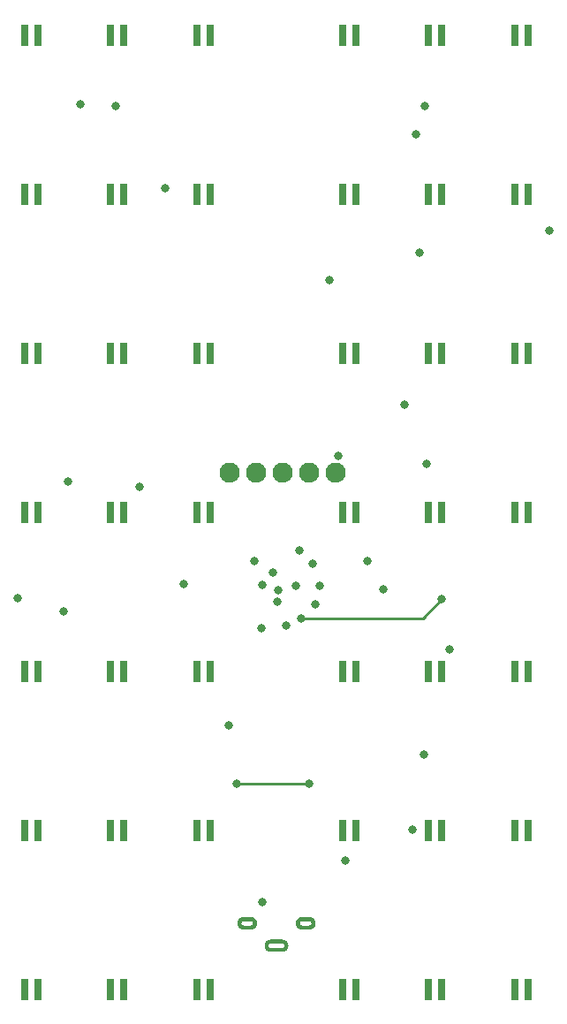
<source format=gbr>
G04 #@! TF.GenerationSoftware,KiCad,Pcbnew,(5.1.5)-3*
G04 #@! TF.CreationDate,2020-03-07T08:42:06-06:00*
G04 #@! TF.ProjectId,DSKY_alarm,44534b59-5f61-46c6-9172-6d2e6b696361,4*
G04 #@! TF.SameCoordinates,Original*
G04 #@! TF.FileFunction,Copper,L4,Bot*
G04 #@! TF.FilePolarity,Positive*
%FSLAX46Y46*%
G04 Gerber Fmt 4.6, Leading zero omitted, Abs format (unit mm)*
G04 Created by KiCad (PCBNEW (5.1.5)-3) date 2020-03-07 08:42:06*
%MOMM*%
%LPD*%
G04 APERTURE LIST*
%ADD10C,0.001000*%
%ADD11R,0.800000X2.000000*%
%ADD12C,1.930400*%
%ADD13C,0.800000*%
%ADD14C,0.250000*%
G04 APERTURE END LIST*
D10*
G36*
X111420000Y-138430000D02*
G01*
X111420343Y-138443084D01*
X111421370Y-138456132D01*
X111423078Y-138469109D01*
X111425463Y-138481978D01*
X111428519Y-138494705D01*
X111432236Y-138507254D01*
X111436605Y-138519592D01*
X111441614Y-138531684D01*
X111447248Y-138543498D01*
X111453494Y-138555000D01*
X111460332Y-138566160D01*
X111467746Y-138576946D01*
X111475714Y-138587330D01*
X111484214Y-138597283D01*
X111493223Y-138606777D01*
X111502717Y-138615786D01*
X111512670Y-138624286D01*
X111523054Y-138632254D01*
X111533840Y-138639668D01*
X111545000Y-138646506D01*
X111556502Y-138652752D01*
X111568316Y-138658386D01*
X111580408Y-138663395D01*
X111592746Y-138667764D01*
X111605295Y-138671481D01*
X111618022Y-138674537D01*
X111630891Y-138676922D01*
X111643868Y-138678630D01*
X111656916Y-138679657D01*
X111670000Y-138680000D01*
X112370000Y-138680000D01*
X112383084Y-138679657D01*
X112396132Y-138678630D01*
X112409109Y-138676922D01*
X112421978Y-138674537D01*
X112434705Y-138671481D01*
X112447254Y-138667764D01*
X112459592Y-138663395D01*
X112471684Y-138658386D01*
X112483498Y-138652752D01*
X112495000Y-138646506D01*
X112506160Y-138639668D01*
X112516946Y-138632254D01*
X112527330Y-138624286D01*
X112537283Y-138615786D01*
X112546777Y-138606777D01*
X112555786Y-138597283D01*
X112564286Y-138587330D01*
X112572254Y-138576946D01*
X112579668Y-138566160D01*
X112586506Y-138555000D01*
X112592752Y-138543498D01*
X112598386Y-138531684D01*
X112603395Y-138519592D01*
X112607764Y-138507254D01*
X112611481Y-138494705D01*
X112614537Y-138481978D01*
X112616922Y-138469109D01*
X112618630Y-138456132D01*
X112619657Y-138443084D01*
X112620000Y-138430000D01*
X112619657Y-138416916D01*
X112618630Y-138403868D01*
X112616922Y-138390891D01*
X112614537Y-138378022D01*
X112611481Y-138365295D01*
X112607764Y-138352746D01*
X112603395Y-138340408D01*
X112598386Y-138328316D01*
X112592752Y-138316502D01*
X112586506Y-138305000D01*
X112579668Y-138293840D01*
X112572254Y-138283054D01*
X112564286Y-138272670D01*
X112555786Y-138262717D01*
X112546777Y-138253223D01*
X112537283Y-138244214D01*
X112527330Y-138235714D01*
X112516946Y-138227746D01*
X112506160Y-138220332D01*
X112495000Y-138213494D01*
X112483498Y-138207248D01*
X112471684Y-138201614D01*
X112459592Y-138196605D01*
X112447254Y-138192236D01*
X112434705Y-138188519D01*
X112421978Y-138185463D01*
X112409109Y-138183078D01*
X112396132Y-138181370D01*
X112383084Y-138180343D01*
X112370000Y-138180000D01*
X112025000Y-138180000D01*
X112025000Y-137880000D01*
X112370000Y-137880000D01*
X112398785Y-137880754D01*
X112427491Y-137883013D01*
X112456039Y-137886771D01*
X112484351Y-137892019D01*
X112512350Y-137898741D01*
X112539959Y-137906919D01*
X112567102Y-137916531D01*
X112593705Y-137927550D01*
X112619695Y-137939946D01*
X112645000Y-137953686D01*
X112669551Y-137968731D01*
X112693282Y-137985041D01*
X112716126Y-138002570D01*
X112738022Y-138021270D01*
X112758909Y-138041091D01*
X112778730Y-138061978D01*
X112797430Y-138083874D01*
X112814959Y-138106718D01*
X112831269Y-138130449D01*
X112846314Y-138155000D01*
X112860054Y-138180305D01*
X112872450Y-138206295D01*
X112883469Y-138232898D01*
X112893081Y-138260041D01*
X112901259Y-138287650D01*
X112907981Y-138315649D01*
X112913229Y-138343961D01*
X112916987Y-138372509D01*
X112919246Y-138401215D01*
X112920000Y-138430000D01*
X112919246Y-138458785D01*
X112916987Y-138487491D01*
X112913229Y-138516039D01*
X112907981Y-138544351D01*
X112901259Y-138572350D01*
X112893081Y-138599959D01*
X112883469Y-138627102D01*
X112872450Y-138653705D01*
X112860054Y-138679695D01*
X112846314Y-138705000D01*
X112831269Y-138729551D01*
X112814959Y-138753282D01*
X112797430Y-138776126D01*
X112778730Y-138798022D01*
X112758909Y-138818909D01*
X112738022Y-138838730D01*
X112716126Y-138857430D01*
X112693282Y-138874959D01*
X112669551Y-138891269D01*
X112645000Y-138906314D01*
X112619695Y-138920054D01*
X112593705Y-138932450D01*
X112567102Y-138943469D01*
X112539959Y-138953081D01*
X112512350Y-138961259D01*
X112484351Y-138967981D01*
X112456039Y-138973229D01*
X112427491Y-138976987D01*
X112398785Y-138979246D01*
X112370000Y-138980000D01*
X111670000Y-138980000D01*
X111641215Y-138979246D01*
X111612509Y-138976987D01*
X111583961Y-138973229D01*
X111555649Y-138967981D01*
X111527650Y-138961259D01*
X111500041Y-138953081D01*
X111472898Y-138943469D01*
X111446295Y-138932450D01*
X111420305Y-138920054D01*
X111395000Y-138906314D01*
X111370449Y-138891269D01*
X111346718Y-138874959D01*
X111323874Y-138857430D01*
X111301978Y-138838730D01*
X111281091Y-138818909D01*
X111261270Y-138798022D01*
X111242570Y-138776126D01*
X111225041Y-138753282D01*
X111208731Y-138729551D01*
X111193686Y-138705000D01*
X111179946Y-138679695D01*
X111167550Y-138653705D01*
X111156531Y-138627102D01*
X111146919Y-138599959D01*
X111138741Y-138572350D01*
X111132019Y-138544351D01*
X111126771Y-138516039D01*
X111123013Y-138487491D01*
X111120754Y-138458785D01*
X111120000Y-138430000D01*
X111120754Y-138401215D01*
X111123013Y-138372509D01*
X111126771Y-138343961D01*
X111132019Y-138315649D01*
X111138741Y-138287650D01*
X111146919Y-138260041D01*
X111156531Y-138232898D01*
X111167550Y-138206295D01*
X111179946Y-138180305D01*
X111193686Y-138155000D01*
X111208731Y-138130449D01*
X111225041Y-138106718D01*
X111242570Y-138083874D01*
X111261270Y-138061978D01*
X111281091Y-138041091D01*
X111301978Y-138021270D01*
X111323874Y-138002570D01*
X111346718Y-137985041D01*
X111370449Y-137968731D01*
X111395000Y-137953686D01*
X111420305Y-137939946D01*
X111446295Y-137927550D01*
X111472898Y-137916531D01*
X111500041Y-137906919D01*
X111527650Y-137898741D01*
X111555649Y-137892019D01*
X111583961Y-137886771D01*
X111612509Y-137883013D01*
X111641215Y-137880754D01*
X111670000Y-137880000D01*
X112020000Y-137880000D01*
X112020000Y-138180000D01*
X111670000Y-138180000D01*
X111656916Y-138180343D01*
X111643868Y-138181370D01*
X111630891Y-138183078D01*
X111618022Y-138185463D01*
X111605295Y-138188519D01*
X111592746Y-138192236D01*
X111580408Y-138196605D01*
X111568316Y-138201614D01*
X111556502Y-138207248D01*
X111545000Y-138213494D01*
X111533840Y-138220332D01*
X111523054Y-138227746D01*
X111512670Y-138235714D01*
X111502717Y-138244214D01*
X111493223Y-138253223D01*
X111484214Y-138262717D01*
X111475714Y-138272670D01*
X111467746Y-138283054D01*
X111460332Y-138293840D01*
X111453494Y-138305000D01*
X111447248Y-138316502D01*
X111441614Y-138328316D01*
X111436605Y-138340408D01*
X111432236Y-138352746D01*
X111428519Y-138365295D01*
X111425463Y-138378022D01*
X111423078Y-138390891D01*
X111421370Y-138403868D01*
X111420343Y-138416916D01*
X111420000Y-138430000D01*
G37*
X111420000Y-138430000D02*
X111420343Y-138443084D01*
X111421370Y-138456132D01*
X111423078Y-138469109D01*
X111425463Y-138481978D01*
X111428519Y-138494705D01*
X111432236Y-138507254D01*
X111436605Y-138519592D01*
X111441614Y-138531684D01*
X111447248Y-138543498D01*
X111453494Y-138555000D01*
X111460332Y-138566160D01*
X111467746Y-138576946D01*
X111475714Y-138587330D01*
X111484214Y-138597283D01*
X111493223Y-138606777D01*
X111502717Y-138615786D01*
X111512670Y-138624286D01*
X111523054Y-138632254D01*
X111533840Y-138639668D01*
X111545000Y-138646506D01*
X111556502Y-138652752D01*
X111568316Y-138658386D01*
X111580408Y-138663395D01*
X111592746Y-138667764D01*
X111605295Y-138671481D01*
X111618022Y-138674537D01*
X111630891Y-138676922D01*
X111643868Y-138678630D01*
X111656916Y-138679657D01*
X111670000Y-138680000D01*
X112370000Y-138680000D01*
X112383084Y-138679657D01*
X112396132Y-138678630D01*
X112409109Y-138676922D01*
X112421978Y-138674537D01*
X112434705Y-138671481D01*
X112447254Y-138667764D01*
X112459592Y-138663395D01*
X112471684Y-138658386D01*
X112483498Y-138652752D01*
X112495000Y-138646506D01*
X112506160Y-138639668D01*
X112516946Y-138632254D01*
X112527330Y-138624286D01*
X112537283Y-138615786D01*
X112546777Y-138606777D01*
X112555786Y-138597283D01*
X112564286Y-138587330D01*
X112572254Y-138576946D01*
X112579668Y-138566160D01*
X112586506Y-138555000D01*
X112592752Y-138543498D01*
X112598386Y-138531684D01*
X112603395Y-138519592D01*
X112607764Y-138507254D01*
X112611481Y-138494705D01*
X112614537Y-138481978D01*
X112616922Y-138469109D01*
X112618630Y-138456132D01*
X112619657Y-138443084D01*
X112620000Y-138430000D01*
X112619657Y-138416916D01*
X112618630Y-138403868D01*
X112616922Y-138390891D01*
X112614537Y-138378022D01*
X112611481Y-138365295D01*
X112607764Y-138352746D01*
X112603395Y-138340408D01*
X112598386Y-138328316D01*
X112592752Y-138316502D01*
X112586506Y-138305000D01*
X112579668Y-138293840D01*
X112572254Y-138283054D01*
X112564286Y-138272670D01*
X112555786Y-138262717D01*
X112546777Y-138253223D01*
X112537283Y-138244214D01*
X112527330Y-138235714D01*
X112516946Y-138227746D01*
X112506160Y-138220332D01*
X112495000Y-138213494D01*
X112483498Y-138207248D01*
X112471684Y-138201614D01*
X112459592Y-138196605D01*
X112447254Y-138192236D01*
X112434705Y-138188519D01*
X112421978Y-138185463D01*
X112409109Y-138183078D01*
X112396132Y-138181370D01*
X112383084Y-138180343D01*
X112370000Y-138180000D01*
X112025000Y-138180000D01*
X112025000Y-137880000D01*
X112370000Y-137880000D01*
X112398785Y-137880754D01*
X112427491Y-137883013D01*
X112456039Y-137886771D01*
X112484351Y-137892019D01*
X112512350Y-137898741D01*
X112539959Y-137906919D01*
X112567102Y-137916531D01*
X112593705Y-137927550D01*
X112619695Y-137939946D01*
X112645000Y-137953686D01*
X112669551Y-137968731D01*
X112693282Y-137985041D01*
X112716126Y-138002570D01*
X112738022Y-138021270D01*
X112758909Y-138041091D01*
X112778730Y-138061978D01*
X112797430Y-138083874D01*
X112814959Y-138106718D01*
X112831269Y-138130449D01*
X112846314Y-138155000D01*
X112860054Y-138180305D01*
X112872450Y-138206295D01*
X112883469Y-138232898D01*
X112893081Y-138260041D01*
X112901259Y-138287650D01*
X112907981Y-138315649D01*
X112913229Y-138343961D01*
X112916987Y-138372509D01*
X112919246Y-138401215D01*
X112920000Y-138430000D01*
X112919246Y-138458785D01*
X112916987Y-138487491D01*
X112913229Y-138516039D01*
X112907981Y-138544351D01*
X112901259Y-138572350D01*
X112893081Y-138599959D01*
X112883469Y-138627102D01*
X112872450Y-138653705D01*
X112860054Y-138679695D01*
X112846314Y-138705000D01*
X112831269Y-138729551D01*
X112814959Y-138753282D01*
X112797430Y-138776126D01*
X112778730Y-138798022D01*
X112758909Y-138818909D01*
X112738022Y-138838730D01*
X112716126Y-138857430D01*
X112693282Y-138874959D01*
X112669551Y-138891269D01*
X112645000Y-138906314D01*
X112619695Y-138920054D01*
X112593705Y-138932450D01*
X112567102Y-138943469D01*
X112539959Y-138953081D01*
X112512350Y-138961259D01*
X112484351Y-138967981D01*
X112456039Y-138973229D01*
X112427491Y-138976987D01*
X112398785Y-138979246D01*
X112370000Y-138980000D01*
X111670000Y-138980000D01*
X111641215Y-138979246D01*
X111612509Y-138976987D01*
X111583961Y-138973229D01*
X111555649Y-138967981D01*
X111527650Y-138961259D01*
X111500041Y-138953081D01*
X111472898Y-138943469D01*
X111446295Y-138932450D01*
X111420305Y-138920054D01*
X111395000Y-138906314D01*
X111370449Y-138891269D01*
X111346718Y-138874959D01*
X111323874Y-138857430D01*
X111301978Y-138838730D01*
X111281091Y-138818909D01*
X111261270Y-138798022D01*
X111242570Y-138776126D01*
X111225041Y-138753282D01*
X111208731Y-138729551D01*
X111193686Y-138705000D01*
X111179946Y-138679695D01*
X111167550Y-138653705D01*
X111156531Y-138627102D01*
X111146919Y-138599959D01*
X111138741Y-138572350D01*
X111132019Y-138544351D01*
X111126771Y-138516039D01*
X111123013Y-138487491D01*
X111120754Y-138458785D01*
X111120000Y-138430000D01*
X111120754Y-138401215D01*
X111123013Y-138372509D01*
X111126771Y-138343961D01*
X111132019Y-138315649D01*
X111138741Y-138287650D01*
X111146919Y-138260041D01*
X111156531Y-138232898D01*
X111167550Y-138206295D01*
X111179946Y-138180305D01*
X111193686Y-138155000D01*
X111208731Y-138130449D01*
X111225041Y-138106718D01*
X111242570Y-138083874D01*
X111261270Y-138061978D01*
X111281091Y-138041091D01*
X111301978Y-138021270D01*
X111323874Y-138002570D01*
X111346718Y-137985041D01*
X111370449Y-137968731D01*
X111395000Y-137953686D01*
X111420305Y-137939946D01*
X111446295Y-137927550D01*
X111472898Y-137916531D01*
X111500041Y-137906919D01*
X111527650Y-137898741D01*
X111555649Y-137892019D01*
X111583961Y-137886771D01*
X111612509Y-137883013D01*
X111641215Y-137880754D01*
X111670000Y-137880000D01*
X112020000Y-137880000D01*
X112020000Y-138180000D01*
X111670000Y-138180000D01*
X111656916Y-138180343D01*
X111643868Y-138181370D01*
X111630891Y-138183078D01*
X111618022Y-138185463D01*
X111605295Y-138188519D01*
X111592746Y-138192236D01*
X111580408Y-138196605D01*
X111568316Y-138201614D01*
X111556502Y-138207248D01*
X111545000Y-138213494D01*
X111533840Y-138220332D01*
X111523054Y-138227746D01*
X111512670Y-138235714D01*
X111502717Y-138244214D01*
X111493223Y-138253223D01*
X111484214Y-138262717D01*
X111475714Y-138272670D01*
X111467746Y-138283054D01*
X111460332Y-138293840D01*
X111453494Y-138305000D01*
X111447248Y-138316502D01*
X111441614Y-138328316D01*
X111436605Y-138340408D01*
X111432236Y-138352746D01*
X111428519Y-138365295D01*
X111425463Y-138378022D01*
X111423078Y-138390891D01*
X111421370Y-138403868D01*
X111420343Y-138416916D01*
X111420000Y-138430000D01*
G36*
X105820000Y-138430000D02*
G01*
X105820343Y-138443084D01*
X105821370Y-138456132D01*
X105823078Y-138469109D01*
X105825463Y-138481978D01*
X105828519Y-138494705D01*
X105832236Y-138507254D01*
X105836605Y-138519592D01*
X105841614Y-138531684D01*
X105847248Y-138543498D01*
X105853494Y-138555000D01*
X105860332Y-138566160D01*
X105867746Y-138576946D01*
X105875714Y-138587330D01*
X105884214Y-138597283D01*
X105893223Y-138606777D01*
X105902717Y-138615786D01*
X105912670Y-138624286D01*
X105923054Y-138632254D01*
X105933840Y-138639668D01*
X105945000Y-138646506D01*
X105956502Y-138652752D01*
X105968316Y-138658386D01*
X105980408Y-138663395D01*
X105992746Y-138667764D01*
X106005295Y-138671481D01*
X106018022Y-138674537D01*
X106030891Y-138676922D01*
X106043868Y-138678630D01*
X106056916Y-138679657D01*
X106070000Y-138680000D01*
X106770000Y-138680000D01*
X106783084Y-138679657D01*
X106796132Y-138678630D01*
X106809109Y-138676922D01*
X106821978Y-138674537D01*
X106834705Y-138671481D01*
X106847254Y-138667764D01*
X106859592Y-138663395D01*
X106871684Y-138658386D01*
X106883498Y-138652752D01*
X106895000Y-138646506D01*
X106906160Y-138639668D01*
X106916946Y-138632254D01*
X106927330Y-138624286D01*
X106937283Y-138615786D01*
X106946777Y-138606777D01*
X106955786Y-138597283D01*
X106964286Y-138587330D01*
X106972254Y-138576946D01*
X106979668Y-138566160D01*
X106986506Y-138555000D01*
X106992752Y-138543498D01*
X106998386Y-138531684D01*
X107003395Y-138519592D01*
X107007764Y-138507254D01*
X107011481Y-138494705D01*
X107014537Y-138481978D01*
X107016922Y-138469109D01*
X107018630Y-138456132D01*
X107019657Y-138443084D01*
X107020000Y-138430000D01*
X107019657Y-138416916D01*
X107018630Y-138403868D01*
X107016922Y-138390891D01*
X107014537Y-138378022D01*
X107011481Y-138365295D01*
X107007764Y-138352746D01*
X107003395Y-138340408D01*
X106998386Y-138328316D01*
X106992752Y-138316502D01*
X106986506Y-138305000D01*
X106979668Y-138293840D01*
X106972254Y-138283054D01*
X106964286Y-138272670D01*
X106955786Y-138262717D01*
X106946777Y-138253223D01*
X106937283Y-138244214D01*
X106927330Y-138235714D01*
X106916946Y-138227746D01*
X106906160Y-138220332D01*
X106895000Y-138213494D01*
X106883498Y-138207248D01*
X106871684Y-138201614D01*
X106859592Y-138196605D01*
X106847254Y-138192236D01*
X106834705Y-138188519D01*
X106821978Y-138185463D01*
X106809109Y-138183078D01*
X106796132Y-138181370D01*
X106783084Y-138180343D01*
X106770000Y-138180000D01*
X106420000Y-138180000D01*
X106420000Y-137880000D01*
X106770000Y-137880000D01*
X106798785Y-137880754D01*
X106827491Y-137883013D01*
X106856039Y-137886771D01*
X106884351Y-137892019D01*
X106912350Y-137898741D01*
X106939959Y-137906919D01*
X106967102Y-137916531D01*
X106993705Y-137927550D01*
X107019695Y-137939946D01*
X107045000Y-137953686D01*
X107069551Y-137968731D01*
X107093282Y-137985041D01*
X107116126Y-138002570D01*
X107138022Y-138021270D01*
X107158909Y-138041091D01*
X107178730Y-138061978D01*
X107197430Y-138083874D01*
X107214959Y-138106718D01*
X107231269Y-138130449D01*
X107246314Y-138155000D01*
X107260054Y-138180305D01*
X107272450Y-138206295D01*
X107283469Y-138232898D01*
X107293081Y-138260041D01*
X107301259Y-138287650D01*
X107307981Y-138315649D01*
X107313229Y-138343961D01*
X107316987Y-138372509D01*
X107319246Y-138401215D01*
X107320000Y-138430000D01*
X107319246Y-138458785D01*
X107316987Y-138487491D01*
X107313229Y-138516039D01*
X107307981Y-138544351D01*
X107301259Y-138572350D01*
X107293081Y-138599959D01*
X107283469Y-138627102D01*
X107272450Y-138653705D01*
X107260054Y-138679695D01*
X107246314Y-138705000D01*
X107231269Y-138729551D01*
X107214959Y-138753282D01*
X107197430Y-138776126D01*
X107178730Y-138798022D01*
X107158909Y-138818909D01*
X107138022Y-138838730D01*
X107116126Y-138857430D01*
X107093282Y-138874959D01*
X107069551Y-138891269D01*
X107045000Y-138906314D01*
X107019695Y-138920054D01*
X106993705Y-138932450D01*
X106967102Y-138943469D01*
X106939959Y-138953081D01*
X106912350Y-138961259D01*
X106884351Y-138967981D01*
X106856039Y-138973229D01*
X106827491Y-138976987D01*
X106798785Y-138979246D01*
X106770000Y-138980000D01*
X106070000Y-138980000D01*
X106041215Y-138979246D01*
X106012509Y-138976987D01*
X105983961Y-138973229D01*
X105955649Y-138967981D01*
X105927650Y-138961259D01*
X105900041Y-138953081D01*
X105872898Y-138943469D01*
X105846295Y-138932450D01*
X105820305Y-138920054D01*
X105795000Y-138906314D01*
X105770449Y-138891269D01*
X105746718Y-138874959D01*
X105723874Y-138857430D01*
X105701978Y-138838730D01*
X105681091Y-138818909D01*
X105661270Y-138798022D01*
X105642570Y-138776126D01*
X105625041Y-138753282D01*
X105608731Y-138729551D01*
X105593686Y-138705000D01*
X105579946Y-138679695D01*
X105567550Y-138653705D01*
X105556531Y-138627102D01*
X105546919Y-138599959D01*
X105538741Y-138572350D01*
X105532019Y-138544351D01*
X105526771Y-138516039D01*
X105523013Y-138487491D01*
X105520754Y-138458785D01*
X105520000Y-138430000D01*
X105520754Y-138401215D01*
X105523013Y-138372509D01*
X105526771Y-138343961D01*
X105532019Y-138315649D01*
X105538741Y-138287650D01*
X105546919Y-138260041D01*
X105556531Y-138232898D01*
X105567550Y-138206295D01*
X105579946Y-138180305D01*
X105593686Y-138155000D01*
X105608731Y-138130449D01*
X105625041Y-138106718D01*
X105642570Y-138083874D01*
X105661270Y-138061978D01*
X105681091Y-138041091D01*
X105701978Y-138021270D01*
X105723874Y-138002570D01*
X105746718Y-137985041D01*
X105770449Y-137968731D01*
X105795000Y-137953686D01*
X105820305Y-137939946D01*
X105846295Y-137927550D01*
X105872898Y-137916531D01*
X105900041Y-137906919D01*
X105927650Y-137898741D01*
X105955649Y-137892019D01*
X105983961Y-137886771D01*
X106012509Y-137883013D01*
X106041215Y-137880754D01*
X106070000Y-137880000D01*
X106415000Y-137880000D01*
X106415000Y-138180000D01*
X106070000Y-138180000D01*
X106056916Y-138180343D01*
X106043868Y-138181370D01*
X106030891Y-138183078D01*
X106018022Y-138185463D01*
X106005295Y-138188519D01*
X105992746Y-138192236D01*
X105980408Y-138196605D01*
X105968316Y-138201614D01*
X105956502Y-138207248D01*
X105945000Y-138213494D01*
X105933840Y-138220332D01*
X105923054Y-138227746D01*
X105912670Y-138235714D01*
X105902717Y-138244214D01*
X105893223Y-138253223D01*
X105884214Y-138262717D01*
X105875714Y-138272670D01*
X105867746Y-138283054D01*
X105860332Y-138293840D01*
X105853494Y-138305000D01*
X105847248Y-138316502D01*
X105841614Y-138328316D01*
X105836605Y-138340408D01*
X105832236Y-138352746D01*
X105828519Y-138365295D01*
X105825463Y-138378022D01*
X105823078Y-138390891D01*
X105821370Y-138403868D01*
X105820343Y-138416916D01*
X105820000Y-138430000D01*
G37*
X105820000Y-138430000D02*
X105820343Y-138443084D01*
X105821370Y-138456132D01*
X105823078Y-138469109D01*
X105825463Y-138481978D01*
X105828519Y-138494705D01*
X105832236Y-138507254D01*
X105836605Y-138519592D01*
X105841614Y-138531684D01*
X105847248Y-138543498D01*
X105853494Y-138555000D01*
X105860332Y-138566160D01*
X105867746Y-138576946D01*
X105875714Y-138587330D01*
X105884214Y-138597283D01*
X105893223Y-138606777D01*
X105902717Y-138615786D01*
X105912670Y-138624286D01*
X105923054Y-138632254D01*
X105933840Y-138639668D01*
X105945000Y-138646506D01*
X105956502Y-138652752D01*
X105968316Y-138658386D01*
X105980408Y-138663395D01*
X105992746Y-138667764D01*
X106005295Y-138671481D01*
X106018022Y-138674537D01*
X106030891Y-138676922D01*
X106043868Y-138678630D01*
X106056916Y-138679657D01*
X106070000Y-138680000D01*
X106770000Y-138680000D01*
X106783084Y-138679657D01*
X106796132Y-138678630D01*
X106809109Y-138676922D01*
X106821978Y-138674537D01*
X106834705Y-138671481D01*
X106847254Y-138667764D01*
X106859592Y-138663395D01*
X106871684Y-138658386D01*
X106883498Y-138652752D01*
X106895000Y-138646506D01*
X106906160Y-138639668D01*
X106916946Y-138632254D01*
X106927330Y-138624286D01*
X106937283Y-138615786D01*
X106946777Y-138606777D01*
X106955786Y-138597283D01*
X106964286Y-138587330D01*
X106972254Y-138576946D01*
X106979668Y-138566160D01*
X106986506Y-138555000D01*
X106992752Y-138543498D01*
X106998386Y-138531684D01*
X107003395Y-138519592D01*
X107007764Y-138507254D01*
X107011481Y-138494705D01*
X107014537Y-138481978D01*
X107016922Y-138469109D01*
X107018630Y-138456132D01*
X107019657Y-138443084D01*
X107020000Y-138430000D01*
X107019657Y-138416916D01*
X107018630Y-138403868D01*
X107016922Y-138390891D01*
X107014537Y-138378022D01*
X107011481Y-138365295D01*
X107007764Y-138352746D01*
X107003395Y-138340408D01*
X106998386Y-138328316D01*
X106992752Y-138316502D01*
X106986506Y-138305000D01*
X106979668Y-138293840D01*
X106972254Y-138283054D01*
X106964286Y-138272670D01*
X106955786Y-138262717D01*
X106946777Y-138253223D01*
X106937283Y-138244214D01*
X106927330Y-138235714D01*
X106916946Y-138227746D01*
X106906160Y-138220332D01*
X106895000Y-138213494D01*
X106883498Y-138207248D01*
X106871684Y-138201614D01*
X106859592Y-138196605D01*
X106847254Y-138192236D01*
X106834705Y-138188519D01*
X106821978Y-138185463D01*
X106809109Y-138183078D01*
X106796132Y-138181370D01*
X106783084Y-138180343D01*
X106770000Y-138180000D01*
X106420000Y-138180000D01*
X106420000Y-137880000D01*
X106770000Y-137880000D01*
X106798785Y-137880754D01*
X106827491Y-137883013D01*
X106856039Y-137886771D01*
X106884351Y-137892019D01*
X106912350Y-137898741D01*
X106939959Y-137906919D01*
X106967102Y-137916531D01*
X106993705Y-137927550D01*
X107019695Y-137939946D01*
X107045000Y-137953686D01*
X107069551Y-137968731D01*
X107093282Y-137985041D01*
X107116126Y-138002570D01*
X107138022Y-138021270D01*
X107158909Y-138041091D01*
X107178730Y-138061978D01*
X107197430Y-138083874D01*
X107214959Y-138106718D01*
X107231269Y-138130449D01*
X107246314Y-138155000D01*
X107260054Y-138180305D01*
X107272450Y-138206295D01*
X107283469Y-138232898D01*
X107293081Y-138260041D01*
X107301259Y-138287650D01*
X107307981Y-138315649D01*
X107313229Y-138343961D01*
X107316987Y-138372509D01*
X107319246Y-138401215D01*
X107320000Y-138430000D01*
X107319246Y-138458785D01*
X107316987Y-138487491D01*
X107313229Y-138516039D01*
X107307981Y-138544351D01*
X107301259Y-138572350D01*
X107293081Y-138599959D01*
X107283469Y-138627102D01*
X107272450Y-138653705D01*
X107260054Y-138679695D01*
X107246314Y-138705000D01*
X107231269Y-138729551D01*
X107214959Y-138753282D01*
X107197430Y-138776126D01*
X107178730Y-138798022D01*
X107158909Y-138818909D01*
X107138022Y-138838730D01*
X107116126Y-138857430D01*
X107093282Y-138874959D01*
X107069551Y-138891269D01*
X107045000Y-138906314D01*
X107019695Y-138920054D01*
X106993705Y-138932450D01*
X106967102Y-138943469D01*
X106939959Y-138953081D01*
X106912350Y-138961259D01*
X106884351Y-138967981D01*
X106856039Y-138973229D01*
X106827491Y-138976987D01*
X106798785Y-138979246D01*
X106770000Y-138980000D01*
X106070000Y-138980000D01*
X106041215Y-138979246D01*
X106012509Y-138976987D01*
X105983961Y-138973229D01*
X105955649Y-138967981D01*
X105927650Y-138961259D01*
X105900041Y-138953081D01*
X105872898Y-138943469D01*
X105846295Y-138932450D01*
X105820305Y-138920054D01*
X105795000Y-138906314D01*
X105770449Y-138891269D01*
X105746718Y-138874959D01*
X105723874Y-138857430D01*
X105701978Y-138838730D01*
X105681091Y-138818909D01*
X105661270Y-138798022D01*
X105642570Y-138776126D01*
X105625041Y-138753282D01*
X105608731Y-138729551D01*
X105593686Y-138705000D01*
X105579946Y-138679695D01*
X105567550Y-138653705D01*
X105556531Y-138627102D01*
X105546919Y-138599959D01*
X105538741Y-138572350D01*
X105532019Y-138544351D01*
X105526771Y-138516039D01*
X105523013Y-138487491D01*
X105520754Y-138458785D01*
X105520000Y-138430000D01*
X105520754Y-138401215D01*
X105523013Y-138372509D01*
X105526771Y-138343961D01*
X105532019Y-138315649D01*
X105538741Y-138287650D01*
X105546919Y-138260041D01*
X105556531Y-138232898D01*
X105567550Y-138206295D01*
X105579946Y-138180305D01*
X105593686Y-138155000D01*
X105608731Y-138130449D01*
X105625041Y-138106718D01*
X105642570Y-138083874D01*
X105661270Y-138061978D01*
X105681091Y-138041091D01*
X105701978Y-138021270D01*
X105723874Y-138002570D01*
X105746718Y-137985041D01*
X105770449Y-137968731D01*
X105795000Y-137953686D01*
X105820305Y-137939946D01*
X105846295Y-137927550D01*
X105872898Y-137916531D01*
X105900041Y-137906919D01*
X105927650Y-137898741D01*
X105955649Y-137892019D01*
X105983961Y-137886771D01*
X106012509Y-137883013D01*
X106041215Y-137880754D01*
X106070000Y-137880000D01*
X106415000Y-137880000D01*
X106415000Y-138180000D01*
X106070000Y-138180000D01*
X106056916Y-138180343D01*
X106043868Y-138181370D01*
X106030891Y-138183078D01*
X106018022Y-138185463D01*
X106005295Y-138188519D01*
X105992746Y-138192236D01*
X105980408Y-138196605D01*
X105968316Y-138201614D01*
X105956502Y-138207248D01*
X105945000Y-138213494D01*
X105933840Y-138220332D01*
X105923054Y-138227746D01*
X105912670Y-138235714D01*
X105902717Y-138244214D01*
X105893223Y-138253223D01*
X105884214Y-138262717D01*
X105875714Y-138272670D01*
X105867746Y-138283054D01*
X105860332Y-138293840D01*
X105853494Y-138305000D01*
X105847248Y-138316502D01*
X105841614Y-138328316D01*
X105836605Y-138340408D01*
X105832236Y-138352746D01*
X105828519Y-138365295D01*
X105825463Y-138378022D01*
X105823078Y-138390891D01*
X105821370Y-138403868D01*
X105820343Y-138416916D01*
X105820000Y-138430000D01*
G36*
X109220000Y-140330000D02*
G01*
X109220000Y-140030000D01*
X108670000Y-140030000D01*
X108641215Y-140030754D01*
X108612509Y-140033013D01*
X108583961Y-140036771D01*
X108555649Y-140042019D01*
X108527650Y-140048741D01*
X108500041Y-140056919D01*
X108472898Y-140066531D01*
X108446295Y-140077550D01*
X108420305Y-140089946D01*
X108395000Y-140103686D01*
X108370449Y-140118731D01*
X108346718Y-140135041D01*
X108323874Y-140152570D01*
X108301978Y-140171270D01*
X108281091Y-140191091D01*
X108261270Y-140211978D01*
X108242570Y-140233874D01*
X108225041Y-140256718D01*
X108208731Y-140280449D01*
X108193686Y-140305000D01*
X108179946Y-140330305D01*
X108167550Y-140356295D01*
X108156531Y-140382898D01*
X108146919Y-140410041D01*
X108138741Y-140437650D01*
X108132019Y-140465649D01*
X108126771Y-140493961D01*
X108123013Y-140522509D01*
X108120754Y-140551215D01*
X108120000Y-140580000D01*
X108120754Y-140608785D01*
X108123013Y-140637491D01*
X108126771Y-140666039D01*
X108132019Y-140694351D01*
X108138741Y-140722350D01*
X108146919Y-140749959D01*
X108156531Y-140777102D01*
X108167550Y-140803705D01*
X108179946Y-140829695D01*
X108193686Y-140855000D01*
X108208731Y-140879551D01*
X108225041Y-140903282D01*
X108242570Y-140926126D01*
X108261270Y-140948022D01*
X108281091Y-140968909D01*
X108301978Y-140988730D01*
X108323874Y-141007430D01*
X108346718Y-141024959D01*
X108370449Y-141041269D01*
X108395000Y-141056314D01*
X108420305Y-141070054D01*
X108446295Y-141082450D01*
X108472898Y-141093469D01*
X108500041Y-141103081D01*
X108527650Y-141111259D01*
X108555649Y-141117981D01*
X108583961Y-141123229D01*
X108612509Y-141126987D01*
X108641215Y-141129246D01*
X108670000Y-141130000D01*
X109770000Y-141130000D01*
X109798785Y-141129246D01*
X109827491Y-141126987D01*
X109856039Y-141123229D01*
X109884351Y-141117981D01*
X109912350Y-141111259D01*
X109939959Y-141103081D01*
X109967102Y-141093469D01*
X109993705Y-141082450D01*
X110019695Y-141070054D01*
X110045000Y-141056314D01*
X110069551Y-141041269D01*
X110093282Y-141024959D01*
X110116126Y-141007430D01*
X110138022Y-140988730D01*
X110158909Y-140968909D01*
X110178730Y-140948022D01*
X110197430Y-140926126D01*
X110214959Y-140903282D01*
X110231269Y-140879551D01*
X110246314Y-140855000D01*
X110260054Y-140829695D01*
X110272450Y-140803705D01*
X110283469Y-140777102D01*
X110293081Y-140749959D01*
X110301259Y-140722350D01*
X110307981Y-140694351D01*
X110313229Y-140666039D01*
X110316987Y-140637491D01*
X110319246Y-140608785D01*
X110320000Y-140580000D01*
X110319246Y-140551215D01*
X110316987Y-140522509D01*
X110313229Y-140493961D01*
X110307981Y-140465649D01*
X110301259Y-140437650D01*
X110293081Y-140410041D01*
X110283469Y-140382898D01*
X110272450Y-140356295D01*
X110260054Y-140330305D01*
X110246314Y-140305000D01*
X110231269Y-140280449D01*
X110214959Y-140256718D01*
X110197430Y-140233874D01*
X110178730Y-140211978D01*
X110158909Y-140191091D01*
X110138022Y-140171270D01*
X110116126Y-140152570D01*
X110093282Y-140135041D01*
X110069551Y-140118731D01*
X110045000Y-140103686D01*
X110019695Y-140089946D01*
X109993705Y-140077550D01*
X109967102Y-140066531D01*
X109939959Y-140056919D01*
X109912350Y-140048741D01*
X109884351Y-140042019D01*
X109856039Y-140036771D01*
X109827491Y-140033013D01*
X109798785Y-140030754D01*
X109770000Y-140030000D01*
X109230000Y-140030000D01*
X109230000Y-140330000D01*
X109770000Y-140330000D01*
X109783084Y-140330343D01*
X109796132Y-140331370D01*
X109809109Y-140333078D01*
X109821978Y-140335463D01*
X109834705Y-140338519D01*
X109847254Y-140342236D01*
X109859592Y-140346605D01*
X109871684Y-140351614D01*
X109883498Y-140357248D01*
X109895000Y-140363494D01*
X109906160Y-140370332D01*
X109916946Y-140377746D01*
X109927330Y-140385714D01*
X109937283Y-140394214D01*
X109946777Y-140403223D01*
X109955786Y-140412717D01*
X109964286Y-140422670D01*
X109972254Y-140433054D01*
X109979668Y-140443840D01*
X109986506Y-140455000D01*
X109992752Y-140466502D01*
X109998386Y-140478316D01*
X110003395Y-140490408D01*
X110007764Y-140502746D01*
X110011481Y-140515295D01*
X110014537Y-140528022D01*
X110016922Y-140540891D01*
X110018630Y-140553868D01*
X110019657Y-140566916D01*
X110020000Y-140580000D01*
X110019657Y-140593084D01*
X110018630Y-140606132D01*
X110016922Y-140619109D01*
X110014537Y-140631978D01*
X110011481Y-140644705D01*
X110007764Y-140657254D01*
X110003395Y-140669592D01*
X109998386Y-140681684D01*
X109992752Y-140693498D01*
X109986506Y-140705000D01*
X109979668Y-140716160D01*
X109972254Y-140726946D01*
X109964286Y-140737330D01*
X109955786Y-140747283D01*
X109946777Y-140756777D01*
X109937283Y-140765786D01*
X109927330Y-140774286D01*
X109916946Y-140782254D01*
X109906160Y-140789668D01*
X109895000Y-140796506D01*
X109883498Y-140802752D01*
X109871684Y-140808386D01*
X109859592Y-140813395D01*
X109847254Y-140817764D01*
X109834705Y-140821481D01*
X109821978Y-140824537D01*
X109809109Y-140826922D01*
X109796132Y-140828630D01*
X109783084Y-140829657D01*
X109770000Y-140830000D01*
X108670000Y-140830000D01*
X108656916Y-140829657D01*
X108643868Y-140828630D01*
X108630891Y-140826922D01*
X108618022Y-140824537D01*
X108605295Y-140821481D01*
X108592746Y-140817764D01*
X108580408Y-140813395D01*
X108568316Y-140808386D01*
X108556502Y-140802752D01*
X108545000Y-140796506D01*
X108533840Y-140789668D01*
X108523054Y-140782254D01*
X108512670Y-140774286D01*
X108502717Y-140765786D01*
X108493223Y-140756777D01*
X108484214Y-140747283D01*
X108475714Y-140737330D01*
X108467746Y-140726946D01*
X108460332Y-140716160D01*
X108453494Y-140705000D01*
X108447248Y-140693498D01*
X108441614Y-140681684D01*
X108436605Y-140669592D01*
X108432236Y-140657254D01*
X108428519Y-140644705D01*
X108425463Y-140631978D01*
X108423078Y-140619109D01*
X108421370Y-140606132D01*
X108420343Y-140593084D01*
X108420000Y-140580000D01*
X108420343Y-140566916D01*
X108421370Y-140553868D01*
X108423078Y-140540891D01*
X108425463Y-140528022D01*
X108428519Y-140515295D01*
X108432236Y-140502746D01*
X108436605Y-140490408D01*
X108441614Y-140478316D01*
X108447248Y-140466502D01*
X108453494Y-140455000D01*
X108460332Y-140443840D01*
X108467746Y-140433054D01*
X108475714Y-140422670D01*
X108484214Y-140412717D01*
X108493223Y-140403223D01*
X108502717Y-140394214D01*
X108512670Y-140385714D01*
X108523054Y-140377746D01*
X108533840Y-140370332D01*
X108545000Y-140363494D01*
X108556502Y-140357248D01*
X108568316Y-140351614D01*
X108580408Y-140346605D01*
X108592746Y-140342236D01*
X108605295Y-140338519D01*
X108618022Y-140335463D01*
X108630891Y-140333078D01*
X108643868Y-140331370D01*
X108656916Y-140330343D01*
X108670000Y-140330000D01*
X109220000Y-140330000D01*
G37*
X109220000Y-140330000D02*
X109220000Y-140030000D01*
X108670000Y-140030000D01*
X108641215Y-140030754D01*
X108612509Y-140033013D01*
X108583961Y-140036771D01*
X108555649Y-140042019D01*
X108527650Y-140048741D01*
X108500041Y-140056919D01*
X108472898Y-140066531D01*
X108446295Y-140077550D01*
X108420305Y-140089946D01*
X108395000Y-140103686D01*
X108370449Y-140118731D01*
X108346718Y-140135041D01*
X108323874Y-140152570D01*
X108301978Y-140171270D01*
X108281091Y-140191091D01*
X108261270Y-140211978D01*
X108242570Y-140233874D01*
X108225041Y-140256718D01*
X108208731Y-140280449D01*
X108193686Y-140305000D01*
X108179946Y-140330305D01*
X108167550Y-140356295D01*
X108156531Y-140382898D01*
X108146919Y-140410041D01*
X108138741Y-140437650D01*
X108132019Y-140465649D01*
X108126771Y-140493961D01*
X108123013Y-140522509D01*
X108120754Y-140551215D01*
X108120000Y-140580000D01*
X108120754Y-140608785D01*
X108123013Y-140637491D01*
X108126771Y-140666039D01*
X108132019Y-140694351D01*
X108138741Y-140722350D01*
X108146919Y-140749959D01*
X108156531Y-140777102D01*
X108167550Y-140803705D01*
X108179946Y-140829695D01*
X108193686Y-140855000D01*
X108208731Y-140879551D01*
X108225041Y-140903282D01*
X108242570Y-140926126D01*
X108261270Y-140948022D01*
X108281091Y-140968909D01*
X108301978Y-140988730D01*
X108323874Y-141007430D01*
X108346718Y-141024959D01*
X108370449Y-141041269D01*
X108395000Y-141056314D01*
X108420305Y-141070054D01*
X108446295Y-141082450D01*
X108472898Y-141093469D01*
X108500041Y-141103081D01*
X108527650Y-141111259D01*
X108555649Y-141117981D01*
X108583961Y-141123229D01*
X108612509Y-141126987D01*
X108641215Y-141129246D01*
X108670000Y-141130000D01*
X109770000Y-141130000D01*
X109798785Y-141129246D01*
X109827491Y-141126987D01*
X109856039Y-141123229D01*
X109884351Y-141117981D01*
X109912350Y-141111259D01*
X109939959Y-141103081D01*
X109967102Y-141093469D01*
X109993705Y-141082450D01*
X110019695Y-141070054D01*
X110045000Y-141056314D01*
X110069551Y-141041269D01*
X110093282Y-141024959D01*
X110116126Y-141007430D01*
X110138022Y-140988730D01*
X110158909Y-140968909D01*
X110178730Y-140948022D01*
X110197430Y-140926126D01*
X110214959Y-140903282D01*
X110231269Y-140879551D01*
X110246314Y-140855000D01*
X110260054Y-140829695D01*
X110272450Y-140803705D01*
X110283469Y-140777102D01*
X110293081Y-140749959D01*
X110301259Y-140722350D01*
X110307981Y-140694351D01*
X110313229Y-140666039D01*
X110316987Y-140637491D01*
X110319246Y-140608785D01*
X110320000Y-140580000D01*
X110319246Y-140551215D01*
X110316987Y-140522509D01*
X110313229Y-140493961D01*
X110307981Y-140465649D01*
X110301259Y-140437650D01*
X110293081Y-140410041D01*
X110283469Y-140382898D01*
X110272450Y-140356295D01*
X110260054Y-140330305D01*
X110246314Y-140305000D01*
X110231269Y-140280449D01*
X110214959Y-140256718D01*
X110197430Y-140233874D01*
X110178730Y-140211978D01*
X110158909Y-140191091D01*
X110138022Y-140171270D01*
X110116126Y-140152570D01*
X110093282Y-140135041D01*
X110069551Y-140118731D01*
X110045000Y-140103686D01*
X110019695Y-140089946D01*
X109993705Y-140077550D01*
X109967102Y-140066531D01*
X109939959Y-140056919D01*
X109912350Y-140048741D01*
X109884351Y-140042019D01*
X109856039Y-140036771D01*
X109827491Y-140033013D01*
X109798785Y-140030754D01*
X109770000Y-140030000D01*
X109230000Y-140030000D01*
X109230000Y-140330000D01*
X109770000Y-140330000D01*
X109783084Y-140330343D01*
X109796132Y-140331370D01*
X109809109Y-140333078D01*
X109821978Y-140335463D01*
X109834705Y-140338519D01*
X109847254Y-140342236D01*
X109859592Y-140346605D01*
X109871684Y-140351614D01*
X109883498Y-140357248D01*
X109895000Y-140363494D01*
X109906160Y-140370332D01*
X109916946Y-140377746D01*
X109927330Y-140385714D01*
X109937283Y-140394214D01*
X109946777Y-140403223D01*
X109955786Y-140412717D01*
X109964286Y-140422670D01*
X109972254Y-140433054D01*
X109979668Y-140443840D01*
X109986506Y-140455000D01*
X109992752Y-140466502D01*
X109998386Y-140478316D01*
X110003395Y-140490408D01*
X110007764Y-140502746D01*
X110011481Y-140515295D01*
X110014537Y-140528022D01*
X110016922Y-140540891D01*
X110018630Y-140553868D01*
X110019657Y-140566916D01*
X110020000Y-140580000D01*
X110019657Y-140593084D01*
X110018630Y-140606132D01*
X110016922Y-140619109D01*
X110014537Y-140631978D01*
X110011481Y-140644705D01*
X110007764Y-140657254D01*
X110003395Y-140669592D01*
X109998386Y-140681684D01*
X109992752Y-140693498D01*
X109986506Y-140705000D01*
X109979668Y-140716160D01*
X109972254Y-140726946D01*
X109964286Y-140737330D01*
X109955786Y-140747283D01*
X109946777Y-140756777D01*
X109937283Y-140765786D01*
X109927330Y-140774286D01*
X109916946Y-140782254D01*
X109906160Y-140789668D01*
X109895000Y-140796506D01*
X109883498Y-140802752D01*
X109871684Y-140808386D01*
X109859592Y-140813395D01*
X109847254Y-140817764D01*
X109834705Y-140821481D01*
X109821978Y-140824537D01*
X109809109Y-140826922D01*
X109796132Y-140828630D01*
X109783084Y-140829657D01*
X109770000Y-140830000D01*
X108670000Y-140830000D01*
X108656916Y-140829657D01*
X108643868Y-140828630D01*
X108630891Y-140826922D01*
X108618022Y-140824537D01*
X108605295Y-140821481D01*
X108592746Y-140817764D01*
X108580408Y-140813395D01*
X108568316Y-140808386D01*
X108556502Y-140802752D01*
X108545000Y-140796506D01*
X108533840Y-140789668D01*
X108523054Y-140782254D01*
X108512670Y-140774286D01*
X108502717Y-140765786D01*
X108493223Y-140756777D01*
X108484214Y-140747283D01*
X108475714Y-140737330D01*
X108467746Y-140726946D01*
X108460332Y-140716160D01*
X108453494Y-140705000D01*
X108447248Y-140693498D01*
X108441614Y-140681684D01*
X108436605Y-140669592D01*
X108432236Y-140657254D01*
X108428519Y-140644705D01*
X108425463Y-140631978D01*
X108423078Y-140619109D01*
X108421370Y-140606132D01*
X108420343Y-140593084D01*
X108420000Y-140580000D01*
X108420343Y-140566916D01*
X108421370Y-140553868D01*
X108423078Y-140540891D01*
X108425463Y-140528022D01*
X108428519Y-140515295D01*
X108432236Y-140502746D01*
X108436605Y-140490408D01*
X108441614Y-140478316D01*
X108447248Y-140466502D01*
X108453494Y-140455000D01*
X108460332Y-140443840D01*
X108467746Y-140433054D01*
X108475714Y-140422670D01*
X108484214Y-140412717D01*
X108493223Y-140403223D01*
X108502717Y-140394214D01*
X108512670Y-140385714D01*
X108523054Y-140377746D01*
X108533840Y-140370332D01*
X108545000Y-140363494D01*
X108556502Y-140357248D01*
X108568316Y-140351614D01*
X108580408Y-140346605D01*
X108592746Y-140342236D01*
X108605295Y-140338519D01*
X108618022Y-140335463D01*
X108630891Y-140333078D01*
X108643868Y-140331370D01*
X108656916Y-140330343D01*
X108670000Y-140330000D01*
X109220000Y-140330000D01*
D11*
X85090000Y-144780000D03*
X86360000Y-144780000D03*
X93345000Y-144780000D03*
X94615000Y-144780000D03*
X101600000Y-144780000D03*
X102870000Y-144780000D03*
X85090000Y-129540000D03*
X86360000Y-129540000D03*
X93345000Y-129540000D03*
X94615000Y-129540000D03*
X101600000Y-129540000D03*
X102870000Y-129540000D03*
X85090000Y-114300000D03*
X86360000Y-114300000D03*
X93345000Y-114300000D03*
X94615000Y-114300000D03*
X101600000Y-114300000D03*
X102870000Y-114300000D03*
X85090000Y-99060000D03*
X86360000Y-99060000D03*
X93345000Y-99060000D03*
X94615000Y-99060000D03*
X101600000Y-99060000D03*
X102870000Y-99060000D03*
X85090000Y-83820000D03*
X86360000Y-83820000D03*
X93345000Y-83820000D03*
X94615000Y-83820000D03*
X101600000Y-83820000D03*
X102870000Y-83820000D03*
X85090000Y-68580000D03*
X86360000Y-68580000D03*
X93345000Y-68580000D03*
X94615000Y-68580000D03*
X101600000Y-68580000D03*
X102870000Y-68580000D03*
X115570000Y-144780000D03*
X116840000Y-144780000D03*
X123825000Y-144780000D03*
X125095000Y-144780000D03*
X132080000Y-144780000D03*
X133350000Y-144780000D03*
X115570000Y-129540000D03*
X116840000Y-129540000D03*
X123825000Y-129540000D03*
X125095000Y-129540000D03*
X132080000Y-129540000D03*
X133350000Y-129540000D03*
X115570000Y-114300000D03*
X116840000Y-114300000D03*
X123825000Y-114300000D03*
X125095000Y-114300000D03*
X132080000Y-114300000D03*
X133350000Y-114300000D03*
X115570000Y-99060000D03*
X116840000Y-99060000D03*
X123825000Y-99060000D03*
X125095000Y-99060000D03*
X132080000Y-99060000D03*
X133350000Y-99060000D03*
X115570000Y-83820000D03*
X116840000Y-83820000D03*
X123825000Y-83820000D03*
X125095000Y-83820000D03*
X132080000Y-83820000D03*
X133350000Y-83820000D03*
X115570000Y-68580000D03*
X116840000Y-68580000D03*
X123825000Y-68580000D03*
X125095000Y-68580000D03*
X132080000Y-68580000D03*
X133350000Y-68580000D03*
X85090000Y-53340000D03*
X86360000Y-53340000D03*
X93345000Y-53340000D03*
X94615000Y-53340000D03*
X101600000Y-53340000D03*
X102870000Y-53340000D03*
X115570000Y-53340000D03*
X116840000Y-53340000D03*
X123825000Y-53340000D03*
X125095000Y-53340000D03*
X132080000Y-53340000D03*
X133350000Y-53340000D03*
D12*
X114935000Y-95250000D03*
X112395000Y-95250000D03*
X109855000Y-95250000D03*
X107315000Y-95250000D03*
X104775000Y-95250000D03*
D13*
X96132300Y-96672400D03*
X105410000Y-125095000D03*
X112395000Y-125095000D03*
X107920000Y-136434900D03*
X122300000Y-129507600D03*
X122944100Y-74211700D03*
X89305900Y-96167000D03*
X115204100Y-93673700D03*
X114298500Y-76801100D03*
X135435100Y-72098900D03*
X125117300Y-107419100D03*
X111635700Y-109261300D03*
X84455000Y-107317500D03*
X113399500Y-106100800D03*
X112982300Y-107867200D03*
X88887100Y-108611900D03*
X100330000Y-105933800D03*
X107160700Y-103737200D03*
X108950600Y-104834500D03*
X93827500Y-60151400D03*
X110223100Y-109953900D03*
X115827800Y-132419200D03*
X109319300Y-107659100D03*
X123362400Y-122324700D03*
X107863100Y-110220300D03*
X107899700Y-106038300D03*
X125882500Y-112243000D03*
X98591800Y-68010400D03*
X109468400Y-106558200D03*
X123672500Y-94445500D03*
X111453100Y-102701000D03*
X121560100Y-88775200D03*
X117974300Y-103786800D03*
X111152300Y-106080500D03*
X119527500Y-106423500D03*
X122596600Y-62865000D03*
X112773600Y-104018300D03*
X123524400Y-60175300D03*
X90460300Y-59993800D03*
X104668900Y-119525900D03*
D14*
X112395000Y-125095000D02*
X105410000Y-125095000D01*
X111635700Y-109261300D02*
X123275100Y-109261300D01*
X123275100Y-109261300D02*
X125117300Y-107419100D01*
M02*

</source>
